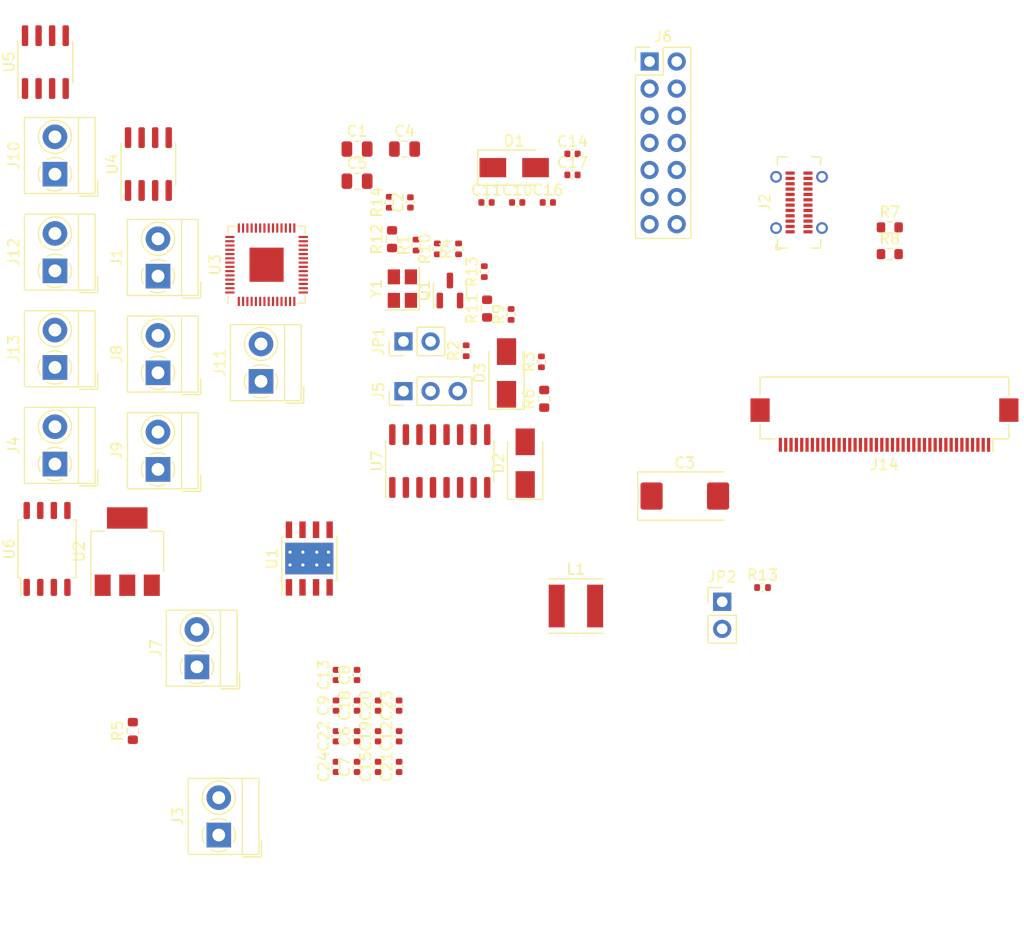
<source format=kicad_pcb>
(kicad_pcb (version 20211014) (generator pcbnew)
  (layers (0 "F.Cu" signal) (31 "B.Cu" signal) (34 "B.Paste" user) (35 "F.Paste" user) (36 "B.SilkS" user "B.Silkscreen") (37 "F.SilkS" user "F.Silkscreen") (38 "B.Mask" user) (39 "F.Mask" user) (44 "Edge.Cuts" user))
  (net 0 "")
  (net 1 "+12V")
  (net 2 "GND")
  (net 3 "Net-(C6-Pad1)")
  (net 4 "Net-(C6-Pad2)")
  (net 5 "Net-(C7-Pad1)")
  (net 6 "Net-(C7-Pad2)")
  (net 7 "Net-(J7-Pad2)")
  (net 8 "Net-(J8-Pad2)")
  (net 9 "Net-(J9-Pad2)")
  (net 10 "Net-(J10-Pad2)")
  (net 11 "Net-(J11-Pad2)")
  (net 12 "Net-(J12-Pad2)")
  (net 13 "Net-(J13-Pad2)")
  (net 14 "Net-(C2-Pad1)")
  (net 17 "Net-(R3-Pad2)")
  (net 18 "Net-(C3-Pad1)")
  (net 19 "Net-(C2-Pad2)")
  (net 20 "+3.3V")
  (net 21 "Net-(C4-Pad1)")
  (net 22 "/GPIO1")
  (net 23 "/GPIO2")
  (net 24 "/GPIO3")
  (net 25 "/GPIO4")
  (net 26 "/GPIO5")
  (net 27 "/GPIO6")
  (net 28 "/GPIO7")
  (net 29 "/GPIO8")
  (net 30 "/GPIO9")
  (net 31 "/GPIO10")
  (net 32 "/GPIO11")
  (net 33 "/LCD_A0")
  (net 34 "Net-(U3-Pad26)")
  (net 35 "Net-(C10-Pad2)")
  (net 36 "Net-(R10-Pad2)")
  (net 37 "+1V1")
  (net 38 "Net-(J5-Pad1)")
  (net 39 "Net-(J5-Pad2)")
  (net 40 "Net-(R8-Pad2)")
  (net 41 "Net-(R7-Pad2)")
  (net 42 "/QSPI_SD3")
  (net 43 "/QSPI_SCLK")
  (net 44 "/QSPI_SD0")
  (net 45 "/QSPI_SD2")
  (net 46 "/QSPI_SD1")
  (net 47 "/QSPI_CS")
  (net 48 "/SPI_SCK")
  (net 49 "/SPI_CS0")
  (net 50 "/SPI_MISO")
  (net 51 "/SPI_CS1")
  (net 52 "Net-(JP1-Pad2)")
  (net 53 "Net-(Q1-Pad1)")
  (net 54 "Net-(J2-PadB5)")
  (net 55 "Net-(J2-PadA5)")
  (net 56 "Net-(C11-Pad2)")
  (net 57 "Net-(J14-Pad33)")
  (net 58 "/RELAY1")
  (net 59 "/RELAY2")
  (net 60 "/RELAY3")
  (net 61 "/RELAY4")
  (net 62 "/RELAY5")
  (net 63 "/RELAY6")
  (net 64 "/RELAY7")
  (net 65 "Net-(D3-Pad2)")
  (net 66 "Net-(Q1-Pad3)")
  (net 68 "/TOUCH_XL")
  (net 69 "/TOUCH_YU")
  (net 70 "/TOUCH_XR")
  (net 71 "/TOUCH_YD")
  (net 73 "/SPI_CS2")
  (net 74 "/SPI_MOSI")
  (net 75 "/LCD_RESET")
  (net 76 "/USB_DP")
  (net 77 "/USB_DM")
  (footprint "Capacitor_SMD:C_0402_1005Metric" (layer "F.Cu") (at 135 127.87 90)
    (fp_text reference "C7" (at 0 -1.16 90) (layer "F.SilkS"))
    (fp_text value "100n")
    (pad "1" smd roundrect (at -0.48 0 90) (size 0.56 0.62) (layers "F.Cu" "F.Paste" "F.Mask") (net 5 "Net-(C7-Pad1)"))
    (pad "2" smd roundrect (at 0.48 0 90) (size 0.56 0.62) (layers "F.Cu" "F.Paste" "F.Mask") (net 6 "Net-(C7-Pad2)"))
  )
  (footprint "TerminalBlock_MetzConnect:TerminalBlock_MetzConnect_Type059_RT06302HBWC_1x02_P3.50mm_Horizontal" (layer "F.Cu") (at 116.3572 90.954 90)
    (fp_text reference "J8" (at 1.75 -3.86 90) (layer "F.SilkS"))
    (fp_text value "RELAY_2")
    (pad "1" thru_hole rect (at 0 0 90) (size 2.3 2.3) (drill 1.2) (layers *.Cu *.Mask) (net 1 "+12V"))
    (pad "2" thru_hole circle (at 3.5 0 90) (size 2.3 2.3) (drill 1.2) (layers *.Cu *.Mask) (net 8 "Net-(J8-Pad2)"))
  )
  (footprint "Capacitor_SMD:C_0805_2012Metric" (layer "F.Cu") (at 139.45 70)
    (fp_text reference "C4" (at 0 -1.68) (layer "F.SilkS"))
    (fp_text value "10u")
    (pad "1" smd roundrect (at -0.95 0) (size 1 1.45) (layers "F.Cu" "F.Paste" "F.Mask") (net 21 "Net-(C4-Pad1)"))
    (pad "2" smd roundrect (at 0.95 0) (size 1 1.45) (layers "F.Cu" "F.Paste" "F.Mask") (net 2 "GND"))
  )
  (footprint "Resistor_SMD:R_0603_1608Metric" (layer "F.Cu") (at 138.28 78.44 90)
    (fp_text reference "R12" (at 0 -1.43 90) (layer "F.SilkS"))
    (fp_text value "0R")
    (pad "1" smd roundrect (at -0.825 0 90) (size 0.8 0.95) (layers "F.Cu" "F.Paste" "F.Mask") (net 20 "+3.3V"))
    (pad "2" smd roundrect (at 0.825 0 90) (size 0.8 0.95) (layers "F.Cu" "F.Paste" "F.Mask") (net 57 "Net-(J14-Pad33)"))
  )
  (footprint "TerminalBlock_MetzConnect:TerminalBlock_MetzConnect_Type059_RT06302HBWC_1x02_P3.50mm_Horizontal" (layer "F.Cu") (at 122.05 134.25 90)
    (fp_text reference "J3" (at 1.75 -3.86 90) (layer "F.SilkS"))
    (fp_text value "TEMP_0")
    (pad "1" thru_hole rect (at 0 0 90) (size 2.3 2.3) (drill 1.2) (layers *.Cu *.Mask) (net 3 "Net-(C6-Pad1)"))
    (pad "2" thru_hole circle (at 3.5 0 90) (size 2.3 2.3) (drill 1.2) (layers *.Cu *.Mask) (net 4 "Net-(C6-Pad2)"))
  )
  (footprint "Inductor_SMD:L_Taiyo-Yuden_NR-50xx" (layer "F.Cu") (at 155.5 112.8)
    (fp_text reference "L1" (at 0 -3.45) (layer "F.SilkS"))
    (fp_text value "33u")
    (pad "1" smd rect (at -1.8 0) (size 1.5 4) (layers "F.Cu" "F.Paste" "F.Mask") (net 19 "Net-(C2-Pad2)"))
    (pad "2" smd rect (at 1.8 0) (size 1.5 4) (layers "F.Cu" "F.Paste" "F.Mask") (net 18 "Net-(C3-Pad1)"))
  )
  (footprint "Capacitor_SMD:C_0402_1005Metric" (layer "F.Cu") (at 138.94 125 90)
    (fp_text reference "C12" (at 0 -1.16 90) (layer "F.SilkS"))
    (fp_text value "100n")
    (pad "1" smd roundrect (at -0.48 0 90) (size 0.56 0.62) (layers "F.Cu" "F.Paste" "F.Mask") (net 37 "+1V1"))
    (pad "2" smd roundrect (at 0.48 0 90) (size 0.56 0.62) (layers "F.Cu" "F.Paste" "F.Mask") (net 2 "GND"))
  )
  (footprint "Connector_PinHeader_2.54mm:PinHeader_1x02_P2.54mm_Vertical" (layer "F.Cu") (at 139.35 88.02 90)
    (fp_text reference "JP1" (at 0 -2.33 90) (layer "F.SilkS"))
    (fp_text value "BOOT")
    (pad "1" thru_hole rect (at 0 0 90) (size 1.7 1.7) (drill 1) (layers *.Cu *.Mask) (net 2 "GND"))
    (pad "2" thru_hole oval (at 0 2.54 90) (size 1.7 1.7) (drill 1) (layers *.Cu *.Mask) (net 52 "Net-(JP1-Pad2)"))
  )
  (footprint "Resistor_SMD:R_0402_1005Metric" (layer "F.Cu") (at 146.92 81.48 90)
    (fp_text reference "R13" (at 0 -1.17 90) (layer "F.SilkS"))
    (fp_text value "100k")
    (pad "1" smd roundrect (at -0.51 0 90) (size 0.54 0.64) (layers "F.Cu" "F.Paste" "F.Mask") (net 65 "Net-(D3-Pad2)"))
    (pad "2" smd roundrect (at 0.51 0 90) (size 0.54 0.64) (layers "F.Cu" "F.Paste" "F.Mask") (net 2 "GND"))
  )
  (footprint "Resistor_SMD:R_0402_1005Metric" (layer "F.Cu") (at 144.51 79.35 90)
    (fp_text reference "R4" (at 0 -1.17 90) (layer "F.SilkS"))
    (fp_text value "3k3")
    (pad "1" smd roundrect (at -0.51 0 90) (size 0.54 0.64) (layers "F.Cu" "F.Paste" "F.Mask") (net 17 "Net-(R3-Pad2)"))
    (pad "2" smd roundrect (at 0.51 0 90) (size 0.54 0.64) (layers "F.Cu" "F.Paste" "F.Mask") (net 2 "GND"))
  )
  (footprint "Capacitor_SMD:C_0402_1005Metric" (layer "F.Cu") (at 136.97 125 90)
    (fp_text reference "C19" (at 0 -1.16 90) (layer "F.SilkS"))
    (fp_text value "100n")
    (pad "1" smd roundrect (at -0.48 0 90) (size 0.56 0.62) (layers "F.Cu" "F.Paste" "F.Mask") (net 20 "+3.3V"))
    (pad "2" smd roundrect (at 0.48 0 90) (size 0.56 0.62) (layers "F.Cu" "F.Paste" "F.Mask") (net 2 "GND"))
  )
  (footprint "Capacitor_SMD:C_0402_1005Metric" (layer "F.Cu") (at 135 125 90)
    (fp_text reference "C6" (at 0 -1.16 90) (layer "F.SilkS"))
    (fp_text value "100n")
    (pad "1" smd roundrect (at -0.48 0 90) (size 0.56 0.62) (layers "F.Cu" "F.Paste" "F.Mask") (net 3 "Net-(C6-Pad1)"))
    (pad "2" smd roundrect (at 0.48 0 90) (size 0.56 0.62) (layers "F.Cu" "F.Paste" "F.Mask") (net 4 "Net-(C6-Pad2)"))
  )
  (footprint "Resistor_SMD:R_0402_1005Metric" (layer "F.Cu") (at 140.53 78.99 90)
    (fp_text reference "R1" (at 0 -1.17 90) (layer "F.SilkS"))
    (fp_text value "5k1")
    (pad "1" smd roundrect (at -0.51 0 90) (size 0.54 0.64) (layers "F.Cu" "F.Paste" "F.Mask") (net 54 "Net-(J2-PadB5)"))
    (pad "2" smd roundrect (at 0.51 0 90) (size 0.54 0.64) (layers "F.Cu" "F.Paste" "F.Mask") (net 2 "GND"))
  )
  (footprint "Package_SO:TI_SO-PowerPAD-8_ThermalVias" (layer "F.Cu") (at 130.5272 108.354 90)
    (fp_text reference "U1" (at 0 -3.5 90) (layer "F.SilkS"))
    (fp_text value "TPS5430DDA")
    (pad "1" smd rect (at -2.7 -1.905 90) (size 1.55 0.6) (layers "F.Cu" "F.Paste" "F.Mask") (net 14 "Net-(C2-Pad1)"))
    (pad "2" smd rect (at -2.7 -0.635 90) (size 1.55 0.6) (layers "F.Cu" "F.Paste" "F.Mask"))
    (pad "3" smd rect (at -2.7 0.635 90) (size 1.55 0.6) (layers "F.Cu" "F.Paste" "F.Mask"))
    (pad "4" smd rect (at -2.7 1.905 90) (size 1.55 0.6) (layers "F.Cu" "F.Paste" "F.Mask") (net 17 "Net-(R3-Pad2)"))
    (pad "5" smd rect (at 2.7 1.905 90) (size 1.55 0.6) (layers "F.Cu" "F.Paste" "F.Mask"))
    (pad "6" smd rect (at 2.7 0.635 90) (size 1.55 0.6) (layers "F.Cu" "F.Paste" "F.Mask") (net 2 "GND"))
    (pad "7" smd rect (at 2.7 -0.635 90) (size 1.55 0.6) (layers "F.Cu" "F.Paste" "F.Mask") (net 1 "+12V"))
    (pad "8" smd rect (at 2.7 -1.905 90) (size 1.55 0.6) (layers "F.Cu" "F.Paste" "F.Mask") (net 19 "Net-(C2-Pad2)"))
    (pad "9" thru_hole circle (at 0.6 -1.8 90) (size 0.6 0.6) (drill 0.3) (layers *.Cu) (net 2 "GND"))
    (pad "9" thru_hole circle (at -0.6 1.8 90) (size 0.6 0.6) (drill 0.3) (layers *.Cu) (net 2 "GND"))
    (pad "9" thru_hole circle (at 0.6 -0.6 90) (size 0.6 0.6) (drill 0.3) (layers *.Cu) (net 2 "GND"))
    (pad "9" thru_hole circle (at 0.6 1.8 90) (size 0.6 0.6) (drill 0.3) (layers *.Cu) (net 2 "GND"))
    (pad "9" thru_hole circle (at 0.6 0.7 90) (size 0.6 0.6) (drill 0.3) (layers *.Cu) (net 2 "GND"))
    (pad "9" smd rect (at 0 0 90) (size 2.6 3.1) (layers "F.Cu" "F.Paste" "F.Mask") (net 2 "GND"))
    (pad "9" smd rect (at 0 0 90) (size 2.95 4.5) (layers "F.Cu") (net 2 "GND"))
    (pad "9" thru_hole circle (at -0.6 -0.6 90) (size 0.6 0.6) (drill 0.3) (layers *.Cu) (net 2 "GND"))
    (pad "9" thru_hole circle (at -0.6 -1.8 90) (size 0.6 0.6) (drill 0.3) (layers *.Cu) (net 2 "GND"))
    (pad "9" smd rect (at 0 0 90) (size 2.95 4.5) (layers "B.Cu") (net 2 "GND"))
    (pad "9" thru_hole circle (at -0.6 0.7 90) (size 0.6 0.6) (drill 0.3) (layers *.Cu) (net 2 "GND"))
  )
  (footprint "Capacitor_SMD:C_0402_1005Metric" (layer "F.Cu") (at 150 75)
    (fp_text reference "C10" (at 0 -1.16) (layer "F.SilkS"))
    (fp_text value "12p")
    (pad "1" smd roundrect (at -0.48 0) (size 0.56 0.62) (layers "F.Cu" "F.Paste" "F.Mask") (net 2 "GND"))
    (pad "2" smd roundrect (at 0.48 0) (size 0.56 0.62) (layers "F.Cu" "F.Paste" "F.Mask") (net 35 "Net-(C10-Pad2)"))
  )
  (footprint "TerminalBlock_MetzConnect:TerminalBlock_MetzConnect_Type059_RT06302HBWC_1x02_P3.50mm_Horizontal" (layer "F.Cu") (at 126.0072 91.754 90)
    (fp_text reference "J11" (at 1.75 -3.86 90) (layer "F.SilkS"))
    (fp_text value "RELAY_5")
    (pad "1" thru_hole rect (at 0 0 90) (size 2.3 2.3) (drill 1.2) (layers *.Cu *.Mask) (net 1 "+12V"))
    (pad "2" thru_hole circle (at 3.5 0 90) (size 2.3 2.3) (drill 1.2) (layers *.Cu *.Mask) (net 11 "Net-(J11-Pad2)"))
  )
  (footprint "TerminalBlock_MetzConnect:TerminalBlock_MetzConnect_Type059_RT06302HBWC_1x02_P3.50mm_Horizontal" (layer "F.Cu") (at 106.7072 99.504 90)
    (fp_text reference "J4" (at 1.75 -3.86 90) (layer "F.SilkS"))
    (fp_text value "TEMP_1")
    (pad "1" thru_hole rect (at 0 0 90) (size 2.3 2.3) (drill 1.2) (layers *.Cu *.Mask) (net 5 "Net-(C7-Pad1)"))
    (pad "2" thru_hole circle (at 3.5 0 90) (size 2.3 2.3) (drill 1.2) (layers *.Cu *.Mask) (net 6 "Net-(C7-Pad2)"))
  )
  (footprint "Connector_PinHeader_2.54mm:PinHeader_2x07_P2.54mm_Vertical" (layer "F.Cu") (at 162.4 61.8)
    (fp_text reference "J6" (at 1.27 -2.33) (layer "F.SilkS"))
    (fp_text value "GPIO")
    (pad "1" thru_hole rect (at 0 0) (size 1.7 1.7) (drill 1) (layers *.Cu *.Mask) (net 22 "/GPIO1"))
    (pad "2" thru_hole oval (at 2.54 0) (size 1.7 1.7) (drill 1) (layers *.Cu *.Mask) (net 23 "/GPIO2"))
    (pad "3" thru_hole oval (at 0 2.54) (size 1.7 1.7) (drill 1) (layers *.Cu *.Mask) (net 24 "/GPIO3"))
    (pad "4" thru_hole oval (at 2.54 2.54) (size 1.7 1.7) (drill 1) (layers *.Cu *.Mask) (net 25 "/GPIO4"))
    (pad "5" thru_hole oval (at 0 5.08) (size 1.7 1.7) (drill 1) (layers *.Cu *.Mask) (net 26 "/GPIO5"))
    (pad "6" thru_hole oval (at 2.54 5.08) (size 1.7 1.7) (drill 1) (layers *.Cu *.Mask) (net 27 "/GPIO6"))
    (pad "7" thru_hole oval (at 0 7.62) (size 1.7 1.7) (drill 1) (layers *.Cu *.Mask) (net 28 "/GPIO7"))
    (pad "8" thru_hole oval (at 2.54 7.62) (size 1.7 1.7) (drill 1) (layers *.Cu *.Mask) (net 29 "/GPIO8"))
    (pad "9" thru_hole oval (at 0 10.16) (size 1.7 1.7) (drill 1) (layers *.Cu *.Mask) (net 30 "/GPIO9"))
    (pad "10" thru_hole oval (at 2.54 10.16) (size 1.7 1.7) (drill 1) (layers *.Cu *.Mask) (net 31 "/GPIO10"))
    (pad "11" thru_hole oval (at 0 12.7) (size 1.7 1.7) (drill 1) (layers *.Cu *.Mask) (net 32 "/GPIO11"))
    (pad "12" thru_hole oval (at 2.54 12.7) (size 1.7 1.7) (drill 1) (layers *.Cu *.Mask) (net 2 "GND"))
    (pad "13" thru_hole oval (at 0 15.24) (size 1.7 1.7) (drill 1) (layers *.Cu *.Mask) (net 20 "+3.3V"))
    (pad "14" thru_hole oval (at 2.54 15.24) (size 1.7 1.7) (drill 1) (layers *.Cu *.Mask) (net 2 "GND"))
  )
  (footprint "Package_SO:SOIC-8_3.9x4.9mm_P1.27mm" (layer "F.Cu") (at 115.4572 71.404 90)
    (fp_text reference "U4" (at 0 -3.4 90) (layer "F.SilkS"))
    (fp_text value "MAX31855KASA")
    (pad "1" smd roundrect (at -2.475 -1.905 90) (size 1.95 0.6) (layers "F.Cu" "F.Paste" "F.Mask") (net 2 "GND"))
    (pad "2" smd roundrect (at -2.475 -0.635 90) (size 1.95 0.6) (layers "F.Cu" "F.Paste" "F.Mask") (net 4 "Net-(C6-Pad2)"))
    (pad "3" smd roundrect (at -2.475 0.635 90) (size 1.95 0.6) (layers "F.Cu" "F.Paste" "F.Mask") (net 3 "Net-(C6-Pad1)"))
    (pad "4" smd roundrect (at -2.475 1.905 90) (size 1.95 0.6) (layers "F.Cu" "F.Paste" "F.Mask") (net 20 "+3.3V"))
    (pad "5" smd roundrect (at 2.475 1.905 90) (size 1.95 0.6) (layers "F.Cu" "F.Paste" "F.Mask") (net 48 "/SPI_SCK"))
    (pad "6" smd roundrect (at 2.475 0.635 90) (size 1.95 0.6) (layers "F.Cu" "F.Paste" "F.Mask") (net 49 "/SPI_CS0"))
    (pad "7" smd roundrect (at 2.475 -0.635 90) (size 1.95 0.6) (layers "F.Cu" "F.Paste" "F.Mask") (net 50 "/SPI_MISO"))
    (pad "8" smd roundrect (at 2.475 -1.905 90) (size 1.95 0.6) (layers "F.Cu" "F.Paste" "F.Mask"))
  )
  (footprint "Resistor_SMD:R_0402_1005Metric" (layer "F.Cu") (at 149.43 85.49 90)
    (fp_text reference "R9" (at 0 -1.17 90) (layer "F.SilkS"))
    (fp_text value "1k")
    (pad "1" smd roundrect (at -0.51 0 90) (size 0.54 0.64) (layers "F.Cu" "F.Paste" "F.Mask") (net 52 "Net-(JP1-Pad2)"))
    (pad "2" smd roundrect (at 0.51 0 90) (size 0.54 0.64) (layers "F.Cu" "F.Paste" "F.Mask") (net 47 "/QSPI_CS"))
  )
  (footprint "Package_TO_SOT_SMD:SOT-23" (layer "F.Cu") (at 143.7 83.25 90)
    (fp_text reference "Q1" (at 0 -2.4 90) (layer "F.SilkS"))
    (fp_text value "AO3400A")
    (pad "1" smd roundrect (at -0.9375 -0.95 90) (size 1.475 0.6) (layers "F.Cu" "F.Paste" "F.Mask") (net 53 "Net-(Q1-Pad1)"))
    (pad "2" smd roundrect (at -0.9375 0.95 90) (size 1.475 0.6) (layers "F.Cu" "F.Paste" "F.Mask") (net 2 "GND"))
    (pad "3" smd roundrect (at 0.9375 0 90) (size 1.475 0.6) (layers "F.Cu" "F.Paste" "F.Mask") (net 66 "Net-(Q1-Pad3)"))
  )
  (footprint "Capacitor_SMD:C_0805_2012Metric" (layer "F.Cu") (at 135 73.01)
    (fp_text reference "C5" (at 0 -1.68) (layer "F.SilkS"))
    (fp_text value "10u")
    (pad "1" smd roundrect (at -0.95 0) (size 1 1.45) (layers "F.Cu" "F.Paste" "F.Mask") (net 20 "+3.3V"))
    (pad "2" smd roundrect (at 0.95 0) (size 1 1.45) (layers "F.Cu" "F.Paste" "F.Mask") (net 2 "GND"))
  )
  (footprint "Resistor_SMD:R_0603_1608Metric" (layer "F.Cu") (at 152.53 93.39 90)
    (fp_text reference "R6" (at 0 -1.43 90) (layer "F.SilkS"))
    (fp_text value "DNP")
    (pad "1" smd roundrect (at -0.825 0 90) (size 0.8 0.95) (layers "F.Cu" "F.Paste" "F.Mask") (net 6 "Net-(C7-Pad2)"))
    (pad "2" smd roundrect (at 0.825 0 90) (size 0.8 0.95) (layers "F.Cu" "F.Paste" "F.Mask") (net 2 "GND"))
  )
  (footprint "Resistor_SMD:R_0402_1005Metric" (layer "F.Cu") (at 152.27 89.93 90)
    (fp_text reference "R3" (at 0 -1.17 90) (layer "F.SilkS"))
    (fp_text value "10k")
    (pad "1" smd roundrect (at -0.51 0 90) (size 0.54 0.64) (layers "F.Cu" "F.Paste" "F.Mask") (net 18 "Net-(C3-Pad1)"))
    (pad "2" smd roundrect (at 0.51 0 90) (size 0.54 0.64) (layers "F.Cu" "F.Paste" "F.Mask") (net 17 "Net-(R3-Pad2)"))
  )
  (footprint "TerminalBlock_MetzConnect:TerminalBlock_MetzConnect_Type059_RT06302HBWC_1x02_P3.50mm_Horizontal" (layer "F.Cu") (at 106.7072 72.354 90)
    (fp_text reference "J10" (at 1.75 -3.86 90) (layer "F.SilkS"))
    (fp_text value "RELAY_4")
    (pad "1" thru_hole rect (at 0 0 90) (size 2.3 2.3) (drill 1.2) (layers *.Cu *.Mask) (net 1 "+12V"))
    (pad "2" thru_hole circle (at 3.5 0 90) (size 2.3 2.3) (drill 1.2) (layers *.Cu *.Mask) (net 10 "Net-(J10-Pad2)"))
  )
  (footprint "Crystal:Crystal_SMD_SeikoEpson_TSX3225-4Pin_3.2x2.5mm" (layer "F.Cu") (at 139.25 83.07 90)
    (fp_text reference "Y1" (at 0 -2.45 90) (layer "F.SilkS"))
    (fp_text value "X322512MSB4SI")
    (pad "1" smd rect (at -1.1 0.8 90) (size 1.4 1.15) (layers "F.Cu" "F.Paste" "F.Mask") (net 56 "Net-(C11-Pad2)"))
    (pad "2" smd rect (at 1.1 0.8 90) (size 1.4 1.15) (layers "F.Cu" "F.Paste" "F.Mask") (net 2 "GND"))
    (pad "3" smd rect (at 1.1 -0.8 90) (size 1.4 1.15) (layers "F.Cu" "F.Paste" "F.Mask") (net 35 "Net-(C10-Pad2)"))
    (pad "4" smd rect (at -1.1 -0.8 90) (size 1.4 1.15) (layers "F.Cu" "F.Paste" "F.Mask") (net 2 "GND"))
  )
  (footprint "Capacitor_SMD:C_0402_1005Metric" (layer "F.Cu") (at 133.03 122.13 90)
    (fp_text reference "C9" (at 0 -1.16 90) (layer "F.SilkS"))
    (fp_text value "100n")
    (pad "1" smd roundrect (at -0.48 0 90) (size 0.56 0.62) (layers "F.Cu" "F.Paste" "F.Mask") (net 20 "+3.3V"))
    (pad "2" smd roundrect (at 0.48 0 90) (size 0.56 0.62) (layers "F.Cu" "F.Paste" "F.Mask") (net 2 "GND"))
  )
  (footprint "Capacitor_SMD:C_0402_1005Metric" (layer "F.Cu") (at 135 122.13 90)
    (fp_text reference "C18" (at 0 -1.16 90) (layer "F.SilkS"))
    (fp_text value "100n")
    (pad "1" smd roundrect (at -0.48 0 90) (size 0.56 0.62) (layers "F.Cu" "F.Paste" "F.Mask") (net 20 "+3.3V"))
    (pad "2" smd roundrect (at 0.48 0 90) (size 0.56 0.62) (layers "F.Cu" "F.Paste" "F.Mask") (net 2 "GND"))
  )
  (footprint "Capacitor_SMD:C_0402_1005Metric" (layer "F.Cu") (at 136.97 127.87 90)
    (fp_text reference "C15" (at 0 -1.16 90) (layer "F.SilkS"))
    (fp_text value "100n")
    (pad "1" smd roundrect (at -0.48 0 90) (size 0.56 0.62) (layers "F.Cu" "F.Paste" "F.Mask") (net 20 "+3.3V"))
    (pad "2" smd roundrect (at 0.48 0 90) (size 0.56 0.62) (layers "F.Cu" "F.Paste" "F.Mask") (net 2 "GND"))
  )
  (footprint "Capacitor_SMD:C_0402_1005Metric" (layer "F.Cu") (at 138.94 127.87 90)
    (fp_text reference "C21" (at 0 -1.16 90) (layer "F.SilkS"))
    (fp_text value "100n")
    (pad "1" smd roundrect (at -0.48 0 90) (size 0.56 0.62) (layers "F.Cu" "F.Paste" "F.Mask") (net 20 "+3.3V"))
    (pad "2" smd roundrect (at 0.48 0 90) (size 0.56 0.62) (layers "F.Cu" "F.Paste" "F.Mask") (net 2 "GND"))
  )
  (footprint "Package_SO:SOIC-16_3.9x9.9mm_P1.27mm" (layer "F.Cu") (at 142.75 99.22 90)
    (fp_text reference "U7" (at 0 -5.9 90) (layer "F.SilkS"))
    (fp_text value "ULN2003A")
    (pad "1" smd roundrect (at -2.475 -4.445 90) (size 1.95 0.6) (layers "F.Cu" "F.Paste" "F.Mask") (net 58 "/RELAY1"))
    (pad "2" smd roundrect (at -2.475 -3.175 90) (size 1.95 0.6) (layers "F.Cu" "F.Paste" "F.Mask") (net 59 "/RELAY2"))
    (pad "3" smd roundrect (at -2.475 -1.905 90) (size 1.95 0.6) (layers "F.Cu" "F.Paste" "F.Mask") (net 60 "/RELAY3"))
    (pad "4" smd roundrect (at -2.475 -0.635 90) (size 1.95 0.6) (layers "F.Cu" "F.Paste" "F.Mask") (net 61 "/RELAY4"))
    (pad "5" smd roundrect (at -2.475 0.635 90) (size 1.95 0.6) (layers "F.Cu" "F.Paste" "F.Mask") (net 62 "/RELAY5"))
    (pad "6" smd roundrect (at -2.475 1.905 90) (size 1.95 0.6) (layers "F.Cu" "F.Paste" "F.Mask") (net 63 "/RELAY6"))
    (pad "7" smd roundrect (at -2.475 3.175 90) (size 1.95 0.6) (layers "F.Cu" "F.Paste" "F.Mask") (net 64 "/RELAY7"))
    (pad "8" smd roundrect (at -2.475 4.445 90) (size 1.95 0.6) (layers "F.Cu" "F.Paste" "F.Mask") (net 2 "GND"))
    (pad "9" smd roundrect (at 2.475 4.445 90) (size 1.95 0.6) (layers "F.Cu" "F.Paste" "F.Mask") (net 1 "+12V"))
    (pad "10" smd roundrect (at 2.475 3.175 90) (size 1.95 0.6) (layers "F.Cu" "F.Paste" "F.Mask") (net 13 "Net-(J13-Pad2)"))
    (pad "11" smd roundrect (at 2.475 1.905 90) (size 1.95 0.6) (layers "F.Cu" "F.Paste" "F.Mask") (net 12 "Net-(J12-Pad2)"))
    (pad "12" smd roundrect (at 2.475 0.635 90) (size 1.95 0.6) (layers "F.Cu" "F.Paste" "F.Mask") (net 11 "Net-(J11-Pad2)"))
    (pad "13" smd roundrect (at 2.475 -0.635 90) (size 1.95 0.6) (layers "F.Cu" "F.Paste" "F.Mask") (net 10 "Net-(J10-Pad2)"))
    (pad "14" smd roundrect (at 2.475 -1.905 90) (size 1.95 0.6) (layers "F.Cu" "F.Paste" "F.Mask") (net 9 "Net-(J9-Pad2)"))
    (pad "15" smd roundrect (at 2.475 -3.175 90) (size 1.95 0.6) (layers "F.Cu" "F.Paste" "F.Mask") (net 8 "Net-(J8-Pad2)"))
    (pad "16" smd roundrect (at 2.475 -4.445 90) (size 1.95 0.6) (layers "F.Cu" "F.Paste" "F.Mask") (net 7 "Net-(J7-Pad2)"))
  )
  (footprint "Connector_FFC-FPC:Hirose_FH12-40S-0.5SH_1x40-1MP_P0.50mm_Horizontal" (layer "F.Cu") (at 184.4 95.85 180)
    (fp_text reference "J14" (at 0 -3.7) (layer "F.SilkS"))
    (fp_text value "DISPLAY")
    (pad "1" smd rect (at -9.75 -1.85 180) (size 0.3 1.3) (layers "F.Cu" "F.Paste" "F.Mask") (net 68 "/TOUCH_XL"))
    (pad "2" smd rect (at -9.25 -1.85 180) (size 0.3 1.3) (layers "F.Cu" "F.Paste" "F.Mask") (net 69 "/TOUCH_YU"))
    (pad "3" smd rect (at -8.75 -1.85 180) (size 0.3 1.3) (layers "F.Cu" "F.Paste" "F.Mask") (net 70 "/TOUCH_XR"))
    (pad "4" smd rect (at -8.25 -1.85 180) (size 0.3 1.3) (layers "F.Cu" "F.Paste" "F.Mask") (net 71 "/TOUCH_YD"))
    (pad "5" smd rect (at -7.75 -1.85 180) (size 0.3 1.3) (layers "F.Cu" "F.Paste" "F.Mask") (net 2 "GND"))
    (pad "6" smd rect (at -7.25 -1.85 180) (size 0.3 1.3) (layers "F.Cu" "F.Paste" "F.Mask") (net 20 "+3.3V"))
    (pad "7" smd rect (at -6.75 -1.85 180) (size 0.3 1.3) (layers "F.Cu" "F.Paste" "F.Mask") (net 20 "+3.3V"))
    (pad "8" smd rect (at -6.25 -1.85 180) (size 0.3 1.3) (layers "F.Cu" "F.Paste" "F.Mask"))
    (pad "9" smd rect (at -5.75 -1.85 180) (size 0.3 1.3) (layers "F.Cu" "F.Paste" "F.Mask") (net 73 "/SPI_CS2"))
    (pad "10" smd rect (at -5.25 -1.85 180) (size 0.3 1.3) (layers "F.Cu" "F.Paste" "F.Mask") (net 48 "/SPI_SCK"))
    (pad "11" smd rect (at -4.75 -1.85 180) (size 0.3 1.3) (layers "F.Cu" "F.Paste" "F.Mask") (net 33 "/LCD_A0"))
    (pad "12" smd rect (at -4.25 -1.85 180) (size 0.3 1.3) (layers "F.Cu" "F.Paste" "F.Mask") (net 20 "+3.3V"))
    (pad "13" smd rect (at -3.75 -1.85 180) (size 0.3 1.3) (layers "F.Cu" "F.Paste" "F.Mask") (net 74 "/SPI_MOSI"))
    (pad "14" smd rect (at -3.25 -1.85 180) (size 0.3 1.3) (layers "F.Cu" "F.Paste" "F.Mask") (net 50 "/SPI_MISO"))
    (pad "15" smd rect (at -2.75 -1.85 180) (size 0.3 1.3) (layers "F.Cu" "F.Paste" "F.Mask") (net 75 "/LCD_RESET"))
    (pad "16" smd rect (at -2.25 -1.85 180) (size 0.3 1.3) (layers "F.Cu" "F.Paste" "F.Mask") (net 2 "GND"))
    (pad "17" smd rect (at -1.75 -1.85 180) (size 0.3 1.3) (layers "F.Cu" "F.Paste" "F.Mask") (net 2 "GND"))
    (pad "18" smd rect (at -1.25 -1.85 180) (size 0.3 1.3) (layers "F.Cu" "F.Paste" "F.Mask") (net 2 "GND"))
    (pad "19" smd rect (at -0.75 -1.85 180) (size 0.3 1.3) (layers "F.Cu" "F.Paste" "F.Mask") (net 2 "GND"))
    (pad "20" smd rect (at -0.25 -1.85 180) (size 0.3 1.3) (layers "F.Cu" "F.Paste" "F.Mask") (net 2 "GND"))
    (pad "21" smd rect (at 0.25 -1.85 180) (size 0.3 1.3) (layers "F.Cu" "F.Paste" "F.Mask") (net 2 "GND"))
    (pad "22" smd rect (at 0.75 -1.85 180) (size 0.3 1.3) (layers "F.Cu" "F.Paste" "F.Mask") (net 2 "GND"))
    (pad "23" smd rect (at 1.25 -1.85 180) (size 0.3 1.3) (layers "F.Cu" "F.Paste" "F.Mask") (net 2 "GND"))
    (pad "24" smd rect (at 1.75 -1.85 180) (size 0.3 1.3) (layers "F.Cu" "F.Paste" "F.Mask") (net 2 "GND"))
    (pad "25" smd rect (at 2.25 -1.85 180) (size 0.3 1.3) (layers "F.Cu" "F.Paste" "F.Mask") (net 2 "GND"))
    (pad "26" smd rect (at 2.75 -1.85 180) (size 0.3 1.3) (layers "F.Cu" "F.Paste" "F.Mask") (net 2 "GND"))
    (pad "27" smd rect (at 3.25 -1.85 180) (size 0.3 1.3) (layers "F.Cu" "F.Paste" "F.Mask") (net 2 "GND"))
    (pad "28" smd rect (at 3.75 -1.85 180) (size 0.3 1.3) (layers "F.Cu" "F.Paste" "F.Mask") (net 2 "GND"))
    (pad "29" smd rect (at 4.25 -1.85 180) (size 0.3 1.3) (layers "F.Cu" "F.Paste" "F.Mask") (net 2 "GND"))
    (pad "30" smd rect (at 4.75 -1.85 180) (size 0.3 1.3) (layers "F.Cu" "F.Paste" "F.Mask") (net 2 "GND"))
    (pad "31" smd rect (at 5.25 -1.85 180) (size 0.3 1.3) (layers "F.Cu" "F.Paste" "F.Mask") (net 2 "GND"))
    (pad "32" smd rect (at 5.75 -1.85 180) (size 0.3 1.3) (layers "F.Cu" "F.Paste" "F.Mask") (net 2 "GND"))
    (pad "33" smd rect (at 6.25 -1.85 180) (size 0.3 1.3) (layers "F.Cu" "F.Paste" "F.Mask") (net 57 "Net-(J14-Pad33)"))
    (pad "34" smd rect (at 6.75 -1.85 180) (size 0.3 1.3) (layers "F.Cu" "F.Paste" "F.Mask") (net 2 "GND"))
    (pad "35" smd rect (at 7.25 -1.85 180) (size 0.3 1.3) (layers "F.Cu" "F.Paste" "F.Mask") (net 2 "GND"))
    (pad "36" smd rect (at 7.75 -1.85 180) (size 0.3 1.3) (layers "F.Cu" "F.Paste" "F.Mask") (net 2 "GND"))
    (pad "37" smd rect (at 8.25 -1.85 180) (size 0.3 1.3) (layers "F.Cu" "F.Paste" "F.Mask") (net 2 "GND"))
    (pad "38" smd rect (at 8.75 -1.85 180) (size 0.3 1.3) (layers "F.Cu" "F.Paste" "F.Mask") (net 20 "+3.3V"))
    (pad "39" smd rect (at 9.25 -1.85 180) (size 0.3 1.3) (layers "F.Cu" "F.Paste" "F.Mask") (net 20 "+3.3V"))
    (pad "40" smd rect (at 9.75 -1.85 180) (size 0.3 1.3) (layers "F.Cu" "F.Paste" "F.Mask") (net 20 "+3.3V"))
    (pad "MP" smd rect (at -11.65 1.4 180) (size 1.8 2.2) (layers "F.Cu" "F.Paste" "F.Mask"))
    (pad "MP" smd rect (at 11.65 1.4 180) (size 1.8 2.2) (layers "F.Cu" "F.Paste" "F.Mask"))
  )
  (footprint "Resistor_SMD:R_0402_1005Metric" (layer "F.Cu") (at 138.02 74.98 90)
    (fp_text reference "R14" (at 0 -1.17 90) (layer "F.SilkS"))
    (fp_text value "10k")
    (pad "1" smd roundrect (at -0.51 0 90) (size 0.54 0.64) (layers "F.Cu" "F.Paste" "F.Mask") (net 65 "Net-(D3-Pad2)"))
    (pad "2" smd roundrect (at 0.51 0 90) (size 0.54 0.64) (layers "F.Cu" "F.Paste" "F.Mask") (net 53 "Net-(Q1-Pad1)"))
  )
  (footprint "Capacitor_SMD:C_0805_2012Metric" (layer "F.Cu") (at 135 70)
    (fp_text reference "C1" (at 0 -1.68) (layer "F.SilkS"))
    (fp_text value "10u")
    (pad "1" smd roundrect (at -0.95 0) (size 1 1.45) (layers "F.Cu" "F.Paste" "F.Mask") (net 1 "+12V"))
    (pad "2" smd roundrect (at 0.95 0) (size 1 1.45) (layers "F.Cu" "F.Paste" "F.Mask") (net 2 "GND"))
  )
  (footprint "Resistor_SMD:R_0402_1005Metric" (layer "F.Cu") (at 145.22 88.89 90)
    (fp_text reference "R2" (at 0 -1.17 90) (layer "F.SilkS"))
    (fp_text value "5k1")
    (pad "1" smd roundrect (at -0.51 0 90) (size 0.54 0.64) (layers "F.Cu" "F.Paste" "F.Mask") (net 55 "Net-(J2-PadA5)"))
    (pad "2" smd roundrect (at 0.51 0 90) (size 0.54 0.64) (layers "F.Cu" "F.Paste" "F.Mask") (net 2 "GND"))
  )
  (footprint "Diode_SMD:D_SMA" (layer "F.Cu") (at 150.75 99.42 90)
    (fp_text reference "D2" (at 0 -2.5 90) (layer "F.SilkS"))
    (fp_text value "M7")
    (pad "1" smd rect (at -2 0 90) (size 2.5 1.8) (layers "F.Cu" "F.Paste" "F.Mask") (net 21 "Net-(C4-Pad1)"))
    (pad "2" smd rect (at 2 0 90) (size 2.5 1.8) (layers "F.Cu" "F.Paste" "F.Mask") (net 18 "Net-(C3-Pad1)"))
  )
  (footprint "Capacitor_SMD:C_0402_1005Metric" (layer "F.Cu") (at 133.03 127.87 90)
    (fp_text reference "C24" (at 0 -1.16 90) (layer "F.SilkS"))
    (fp_text value "100n")
    (pad "1" smd roundrect (at -0.48 0 90) (size 0.56 0.62) (layers "F.Cu" "F.Paste" "F.Mask") (net 20 "+3.3V"))
    (pad "2" smd roundrect (at 0.48 0 90) (size 0.56 0.62) (layers "F.Cu" "F.Paste" "F.Mask") (net 2 "GND"))
  )
  (footprint "Resistor_SMD:R_0603_1608Metric" (layer "F.Cu") (at 114 124.5 90)
    (fp_text reference "R5" (at 0 -1.43 90) (layer "F.SilkS"))
    (fp_text value "DNP")
    (pad "1" smd roundrect (at -0.825 0 90) (size 0.8 0.95) (layers "F.Cu" "F.Paste" "F.Mask") (net 4 "Net-(C6-Pad2)"))
    (pad "2" smd roundrect (at 0.825 0 90) (size 0.8 0.95) (layers "F.Cu" "F.Paste" "F.Mask") (net 2 "GND"))
  )
  (footprint "Capacitor_SMD:C_0402_1005Metric" (layer "F.Cu") (at 133.03 125 90)
    (fp_text reference "C22" (at 0 -1.16 90) (layer "F.SilkS"))
    (fp_text value "100n")
    (pad "1" smd roundrect (at -0.48 0 90) (size 0.56 0.62) (layers "F.Cu" "F.Paste" "F.Mask") (net 20 "+3.3V"))
    (pad "2" smd roundrect (at 0.48 0 90) (size 0.56 0.62) (layers "F.Cu" "F.Paste" "F.Mask") (net 2 "GND"))
  )
  (footprint "Capacitor_SMD:C_0402_1005Metric" (layer "F.Cu") (at 135 119.26 90)
    (fp_text reference "C8" (at 0 -1.16 90) (layer "F.SilkS"))
    (fp_text value "100n")
    (pad "1" smd roundrect (at -0.48 0 90) (size 0.56 0.62) (layers "F.Cu" "F.Paste" "F.Mask") (net 20 "+3.3V"))
    (pad "2" smd roundrect (at 0.48 0 90) (size 0.56 0.62) (layers "F.Cu" "F.Paste" "F.Mask") (net 2 "GND"))
  )
  (footprint "TerminalBlock_MetzConnect:TerminalBlock_MetzConnect_Type059_RT06302HBWC_1x02_P3.50mm_Horizontal" (layer "F.Cu") (at 106.7072 90.454 90)
    (fp_text reference "J13" (at 1.75 -3.86 90) (layer "F.SilkS"))
    (fp_text value "RELAY_7")
    (pad "1" thru_hole rect (at 0 0 90) (size 2.3 2.3) (drill 1.2) (layers *.Cu *.Mask) (net 1 "+12V"))
    (pad "2" thru_hole circle (at 3.5 0 90) (size 2.3 2.3) (drill 1.2) (layers *.Cu *.Mask) (net 13 "Net-(J13-Pad2)"))
  )
  (footprint "Capacitor_SMD:C_0402_1005Metric" (layer "F.Cu") (at 136.97 122.13 90)
    (fp_text reference "C20" (at 0 -1.16 90) (layer "F.SilkS"))
    (fp_text value "100n")
    (pad "1" smd roundrect (at -0.48 0 90) (size 0.56 0.62) (layers "F.Cu" "F.Paste" "F.Mask") (net 20 "+3.3V"))
    (pad "2" smd roundrect (at 0.48 0 90) (size 0.56 0.62) (layers "F.Cu" "F.Paste" "F.Mask") (net 2 "GND"))
  )
  (footprint "TerminalBlock_MetzConnect:TerminalBlock_MetzConnect_Type059_RT06302HBWC_1x02_P3.50mm_Horizontal" (layer "F.Cu") (at 106.7072 81.404 90)
    (fp_text reference "J12" (at 1.75 -3.86 90) (layer "F.SilkS"))
    (fp_text value "RELAY_6")
    (pad "1" thru_hole rect (at 0 0 90) (size 2.3 2.3) (drill 1.2) (layers *.Cu *.Mask) (net 1 "+12V"))
    (pad "2" thru_hole circle (at 3.5 0 90) (size 2.3 2.3) (drill 1.2) (layers *.Cu *.Mask) (net 12 "Net-(J12-Pad2)"))
  )
  (footprint "Package_SO:SOIC-8_3.9x4.9mm_P1.27mm" (layer "F.Cu") (at 105.8072 61.854 90)
    (fp_text reference "U5" (at 0 -3.4 90) (layer "F.SilkS"))
    (fp_text value "MAX31855KASA")
    (pad "1" smd roundrect (at -2.475 -1.905 90) (size 1.95 0.6) (layers "F.Cu" "F.Paste" "F.Mask") (net 2 "GND"))
    (pad "2" smd roundrect (at -2.475 -0.635 90) (size 1.95 0.6) (layers "F.Cu" "F.Paste" "F.Mask") (net 6 "Net-(C7-Pad2)"))
    (pad "3" smd roundrect (at -2.475 0.635 90) (size 1.95 0.6) (layers "F.Cu" "F.Paste" "F.Mask") (net 5 "Net-(C7-Pad1)"))
    (pad "4" smd roundrect (at -2.475 1.905 90) (size 1.95 0.6) (layers "F.Cu" "F.Paste" "F.Mask") (net 20 "+3.3V"))
    (pad "5" smd roundrect (at 2.475 1.905 90) (size 1.95 0.6) (layers "F.Cu" "F.Paste" "F.Mask") (net 48 "/SPI_SCK"))
    (pad "6" smd roundrect (at 2.475 0.635 90) (size 1.95 0.6) (layers "F.Cu" "F.Paste" "F.Mask") (net 51 "/SPI_CS1"))
    (pad "7" smd roundrect (at 2.475 -0.635 90) (size 1.95 0.6) (layers "F.Cu" "F.Paste" "F.Mask") (net 50 "/SPI_MISO"))
    (pad "8" smd roundrect (at 2.475 -1.905 90) (size 1.95 0.6) (layers "F.Cu" "F.Paste" "F.Mask"))
  )
  (footprint "Capacitor_SMD:C_0402_1005Metric" (layer "F.Cu") (at 155.18 70.45)
    (fp_text reference "C14" (at 0 -1.16) (layer "F.SilkS"))
    (fp_text value "2u2")
    (pad "1" smd roundrect (at -0.48 0) (size 0.56 0.62) (layers "F.Cu" "F.Paste" "F.Mask") (net 37 "+1V1"))
    (pad "2" smd roundrect (at 0.48 0) (size 0.56 0.62) (layers "F.Cu" "F.Paste" "F.Mask") (net 2 "GND"))
  )
  (footprint "TerminalBlock_MetzConnect:TerminalBlock_MetzConnect_Type059_RT06302HBWC_1x02_P3.50mm_Horizontal" (layer "F.Cu") (at 120 118.5 90)
    (fp_text reference "J7" (at 1.75 -3.86 90) (layer "F.SilkS"))
    (fp_text value "RELAY_1")
    (pad "1" thru_hole rect (at 0 0 90) (size 2.3 2.3) (drill 1.2) (layers *.Cu *.Mask) (net 1 "+12V"))
    (pad "2" thru_hole circle (at 3.5 0 90) (size 2.3 2.3) (drill 1.2) (layers *.Cu *.Mask) (net 7 "Net-(J7-Pad2)"))
  )
  (footprint "Connector_USB:USB_C_Receptacle_GCT_USB4115-03-C" (layer "F.Cu") (at 176.4 75 90)
    (fp_text reference "J2" (at 0 -3.2 90) (layer "F.SilkS"))
    (fp_text value "USB")
    (pad "" np_thru_hole oval (at 3.75 0 90) (size 1 0.58) (drill oval 1 0.58) (layers F&B.Cu *.Mask))
    (pad "" np_thru_hole circle (at -3.75 0 90) (size 0.66 0.66) (drill 0.66) (layers F&B.Cu *.Mask))
    (pad "A1" smd rect (at -2.75 -0.835 90) (size 0.3 0.85) (layers "F.Cu" "F.Paste" "F.Mask") (net 2 "GND"))
    (pad "A2" smd rect (at -2.25 -0.835 90) (size 0.3 0.85) (layers "F.Cu" "F.Paste" "F.Mask"))
    (pad "A3" smd rect (at -1.75 -0.835 90) (size 0.3 0.85) (layers "F.Cu" "F.Paste" "F.Mask"))
    (pad "A4" smd rect (at -1.25 -0.835 90) (size 0.3 0.85) (layers "F.Cu" "F.Paste" "F.Mask") (net 65 "Net-(D3-Pad2)"))
    (pad "A5" smd rect (at -0.75 -0.835 90) (size 0.3 0.85) (layers "F.Cu" "F.Paste" "F.Mask") (net 55 "Net-(J2-PadA5)"))
    (pad "A6" smd rect (at -0.25 -0.835 90) (size 0.3 0.85) (layers "F.Cu" "F.Paste" "F.Mask") (net 76 "/USB_DP"))
    (pad "A7" smd rect (at 0.25 -0.835 90) (size 0.3 0.85) (layers "F.Cu" "F.Paste" "F.Mask") (net 77 "/USB_DM"))
    (pad "A8" smd rect (at 0.75 -0.835 90) (size 0.3 0.85) (layers "F.Cu" "F.Paste" "F.Mask"))
    (pad "A9" smd rect (at 1.25 -0.835 90) (size 0.3 0.85) (layers "F.Cu" "F.Paste" "F.Mask") (net 65 "Net-(D3-Pad2)"))
    (pad "A10" smd rect (at 1.75 -0.835 90) (size 0.3 0.85) (layers "F.Cu" "F.Paste" "F.Mask"))
    (pad "A11" smd rect (at 2.25 -0.835 90) (size 0.3 0.85) (layers "F.Cu" "F.Paste" "F.Mask"))
    (pad "A12" smd rect (at 2.75 -0.835 90) (size 0.3 0.85) (layers "F.Cu" "F.Paste" "F.Mask") (net 2 "GND"))
    (pad "B1" smd rect (at 2.75 0.835 90) (size 0.3 0.85) (layers "F.Cu" "F.Paste" "F.Mask") (net 2 "GND"))
    (pad "B2" smd rect (at 2.25 0.835 90) (size 0.3 0.85) (layers "F.Cu" "F.Paste" "F.Mask"))
    (pad "B3" smd rect (at 1.75 0.835 90) (size 0.3 0.85) (layers "F.Cu" "F.Paste" "F.Mask"))
    (pad "B4" smd rect (at 1.25 0.835 90) (size 0.3 0.85) (layers "F.Cu" "F.Paste" "F.Mask") (net 65 "Net-(D3-Pad2)"))
    (pad "B5" smd rect (at 0.75 0.835 90) (size 0.3 0.85) (layers "F.Cu" "F.Paste" "F.Mask") (net 54 "Net-(J2-PadB5)"))
    (pad "B6" smd rect (at 0.25 0.835 90) (size 0.3 0.85) (layers "F.Cu" "F.Paste" "F.Mask") (net 76 "/USB_DP"))
    (pad "B7" smd rect (at -0.25 0.835 90) (size 0.3 0.85) (layers "F.Cu" "F.Paste" "F.Mask") (net 77 "/USB_DM"))
    (pad "B8" smd rect (at -0.75 0.835 90) (size 0.3 0.85) (layers "F.Cu" "F.Paste" "F.Mask"))
    (pad "B9" smd rect (at -1.25 0.835 90) (size 0.3 0.85) (layers "F.Cu" "F.Paste" "F.Mask") (net 65 "Net-(D3-Pad2)"))
    (pad "B10" smd rect (at -1.75 0.835 90) (size 0.3 0.85) (layers "F.Cu" "F.Paste" "F.Mask"))
    (pad "B11" smd rect (at -2.25 0.835 90) (size 0.3 0.85) (layers "F.Cu" "F.Paste" "F.Mask"))
    (pad "B12" smd rect (at -2.75 0.835 90) (size 0.3 0.85) (layers "F.Cu" "F.Paste" "F.Mask") (net 2 "GND"))
    (pad "S1" thru_hole circle (at -2.4 -2.15 90) (size 1.1 1.1) (drill 0.7) (layers *.Cu *.Mask "F.Paste") (net 2 "GND"))
    (pad "S1" thru_hole circle (at 2.4 2.15 90) (size 1.1 1.1) (drill 0.7) (layers *.Cu *.Mask "F.Paste") (net 2 "GND"))
    (pad "S1" thru_hole circle (at 2.4 -2.15 90) (size 1.1 1.1) (drill 0.7) (layers *.Cu *.Mask "F.Paste") (net 2 "GND"))
    (pad "S1" thru_hole circle (at -2.4 2.15 90) (size 1.1 1.1) (drill 0.7) (layers *.Cu *.Mask "F.Paste") (net 2 "GND"))
  )
  (footprint "Package_TO_SOT_SMD:SOT-223-3_TabPin2" (layer "F.Cu") (at 113.4772 107.704 90)
    (fp_text reference "U2" (at 0 -4.5 90) (layer "F.SilkS"))
    (fp_text value "AMS1117-3.3")
    (pad "1" smd rect (at -3.15 -2.3 90) (size 2 1.5) (layers "F.Cu" "F.Paste" "F.Mask") (net 2 "GND"))
    (pad "2" smd rect (at -3.15 0 90) (size 2 1.5) (layers "F.Cu" "F.Paste" "F.Mask") (net 20 "+3.3V"))
    (pad "2" smd rect (at 3.15 0 90) (size 2 3.8) (layers "F.Cu" "F.Paste" "F.Mask") (net 20 "+3.3V"))
    (pad "3" smd rect (at -3.15 2.3 90) (size 2 1.5) (layers "F.Cu" "F.Paste" "F.Mask") (net 21 "Net-(C4-Pad1)"))
  )
  (footprint "Resistor_SMD:R_0402_1005Metric" (layer "F.Cu") (at 172.98 111.07)
    (fp_text reference "R13" (at 0 -1.17) (layer "F.SilkS"))
    (fp_text value "10k")
    (pad "1" smd roundrect (at -0.51 0) (size 0.54 0.64) (layers "F.Cu" "F.Paste" "F.Mask") (net 20 "+3.3V"))
    (pad "2" smd roundrect (at 0.51 0) (size 0.54 0.64) (layers "F.Cu" "F.Paste" "F.Mask") (net 34 "Net-(U3-Pad26)"))
  )
  (footprint "Resistor_SMD:R_0603_1608Metric" (layer "F.Cu") (at 184.9 79.84)
    (fp_text reference "R8" (at 0 -1.43) (layer "F.SilkS"))
    (fp_text value "27R")
    (pad "1" smd roundrect (at -0.825 0) (size 0.8 0.95) (layers "F.Cu" "F.Paste" "F.Mask") (net 77 "/USB_DM"))
    (pad "2" smd roundrect (at 0.825 0) (size 0.8 0.95) (layers "F.Cu" "F.Paste" "F.Mask") (net 40 "Net-(R8-Pad2)"))
  )
  (footprint "Diode_SMD:D_SMA" (layer "F.Cu") (at 149 90.97 90)
    (fp_text reference "D3" (at 0 -2.5 90) (layer "F.SilkS"))
    (fp_text value "M7")
    (pad "1" smd rect (at -2 0 90) (size 2.5 1.8) (layers "F.Cu" "F.Paste" "F.Mask") (net 21 "Net-(C4-Pad1)"))
    (pad "2" smd rect (at 2 0 90) (size 2.5 1.8) (layers "F.Cu" "F.Paste" "F.Mask") (net 65 "Net-(D3-Pad2)"))
  )
  (footprint "Capacitor_SMD:C_0402_1005Metric" (layer "F.Cu") (at 155.18 72.42)
    (fp_text reference "C17" (at 0 -1.16) (layer "F.SilkS"))
    (fp_text value "2u2")
    (pad "1" smd roundrect (at -0.48 0) (size 0.56 0.62) (layers "F.Cu" "F.Paste" "F.Mask") (net 20 "+3.3V"))
    (pad "2" smd roundrect (at 0.48 0) (size 0.56 0.62) (layers "F.Cu" "F.Paste" "F.Mask") (net 2 "GND"))
  )
  (footprint "Package_DFN_QFN:QFN-56-1EP_7x7mm_P0.4mm_EP3.2x3.2mm" (layer "F.Cu") (at 126.5272 80.834 90)
    (fp_text reference "U3" (at 0 -4.82 90) (layer "F.SilkS"))
    (fp_text value "RP2040")
    (pad "1" smd roundrect locked (at -3.4375 -2.6 90) (size 0.875 0.2) (layers "F.Cu" "F.Paste" "F.Mask") (net 20 "+3.3V"))
    (pad "2" smd roundrect locked (at -3.4375 -2.2 90) (size 0.875 0.2) (layers "F.Cu" "F.Paste" "F.Mask") (net 48 "/SPI_SCK"))
    (pad "3" smd roundrect locked (at -3.4375 -1.8 90) (size 0.875 0.2) (layers "F.Cu" "F.Paste" "F.Mask") (net 50 "/SPI_MISO"))
    (pad "4" smd roundrect locked (at -3.4375 -1.4 90) (size 0.875 0.2) (layers "F.Cu" "F.Paste" "F.Mask") (net 74 "/SPI_MOSI"))
    (pad "5" smd roundrect locked (at -3.4375 -1 90) (size 0.875 0.2) (layers "F.Cu" "F.Paste" "F.Mask") (net 49 "/SPI_CS0"))
    (pad "6" smd roundrect locked (at -3.4375 -0.6 90) (size 0.875 0.2) (layers "F.Cu" "F.Paste" "F.Mask") (net 51 "/SPI_CS1"))
    (pad "7" smd roundrect locked (at -3.4375 -0.2 90) (size 0.875 0.2) (layers "F.Cu" "F.Paste" "F.Mask") (net 73 "/SPI_CS2"))
    (pad "8" smd roundrect locked (at -3.4375 0.2 90) (size 0.875 0.2) (layers "F.Cu" "F.Paste" "F.Mask") (net 33 "/LCD_A0"))
    (pad "9" smd roundrect locked (at -3.4375 0.6 90) (size 0.875 0.2) (layers "F.Cu" "F.Paste" "F.Mask") (net 75 "/LCD_RESET"))
    (pad "10" smd roundrect locked (at -3.4375 1 90) (size 0.875 0.2) (layers "F.Cu" "F.Paste" "F.Mask") (net 20 "+3.3V"))
    (pad "11" smd roundrect locked (at -3.4375 1.4 90) (size 0.875 0.2) (layers "F.Cu" "F.Paste" "F.Mask") (net 58 "/RELAY1"))
    (pad "12" smd roundrect locked (at -3.4375 1.8 90) (size 0.875 0.2) (layers "F.Cu" "F.Paste" "F.Mask") (net 59 "/RELAY2"))
    (pad "13" smd roundrect locked (at -3.4375 2.2 90) (size 0.875 0.2) (layers "F.Cu" "F.Paste" "F.Mask") (net 60 "/RELAY3"))
    (pad "14" smd roundrect locked (at -3.4375 2.6 90) (size 0.875 0.2) (layers "F.Cu" "F.Paste" "F.Mask") (net 61 "/RELAY4"))
    (pad "15" smd roundrect locked (at -2.6 3.4375 90) (size 0.2 0.875) (layers "F.Cu" "F.Paste" "F.Mask") (net 62 "/RELAY5"))
    (pad "16" smd roundrect locked (at -2.2 3.4375 90) (size 0.2 0.875) (layers "F.Cu" "F.Paste" "F.Mask") (net 63 "/RELAY6"))
    (pad "17" smd roundrect locked (at -1.8 3.4375 90) (size 0.2 0.875) (layers "F.Cu" "F.Paste" "F.Mask") (net 64 "/RELAY7"))
    (pad "18" smd roundrect locked (at -1.4 3.4375 90) (size 0.2 0.875) (layers "F.Cu" "F.Paste" "F.Mask") (net 22 "/GPIO1"))
    (pad "19" smd roundrect locked (at -1 3.4375 90) (size 0.2 0.875) (layers "F.Cu" "F.Paste" "F.Mask") (net 2 "GND"))
    (pad "20" smd roundrect locked (at -0.6 3.4375 90) (size 0.2 0.875) (layers "F.Cu" "F.Paste" "F.Mask") (net 35 "Net-(C10-Pad2)"))
    (pad "21" smd roundrect locked (at -0.2 3.4375 90) (size 0.2 0.875) (layers "F.Cu" "F.Paste" "F.Mask") (net 36 "Net-(R10-Pad2)"))
    (pad "22" smd roundrect locked (at 0.2 3.4375 90) (size 0.2 0.875) (layers "F.Cu" "F.Paste" "F.Mask") (net 20 "+3.3V"))
    (pad "23" smd roundrect locked (at 0.6 3.4375 90) (size 0.2 0.875) (layers "F.Cu" "F.Paste" "F.Mask") (net 37 "+1V1"))
    (pad "24" smd roundrect locked (at 1 3.4375 90) (size 0.2 0.875) (layers "F.Cu" "F.Paste" "F.Mask") (net 38 "Net-(J5-Pad1)"))
    (pad "25" smd roundrect locked (at 1.4 3.4375 90) (size 0.2 0.875) (layers "F.Cu" "F.Paste" "F.Mask") (net 39 "Net-(J5-Pad2)"))
    (pad "26" smd roundrect locked (at 1.8 3.4375 90) (size 0.2 0.875) (layers "F.Cu" "F.Paste" "F.Mask") (net 34 "Net-(U3-Pad26)"))
    (pad "27" smd roundrect locked (at 2.2 3.4375 90) (size 0.2 0.875) (layers "F.Cu" "F.Paste" "F.Mask") (net 23 "/GPIO2"))
    (pad "28" smd roundrect locked (at 2.6 3.4375 90) (size 0.2 0.875) (layers "F.Cu" "F.Paste" "F.Mask") (net 24 "/GPIO3"))
    (pad "29" smd roundrect locked (at 3.4375 2.6 90) (size 0.875 0.2) (layers "F.Cu" "F.Paste" "F.Mask") (net 25 "/GPIO4"))
    (pad "30" smd roundrect locked (at 3.4375 2.2 90) (size 0.875 0.2) (layers "F.Cu" "F.Paste" "F.Mask") (net 26 "/GPIO5"))
    (pad "31" smd roundrect locked (at 3.4375 1.8 90) (size 0.875 0.2) (layers "F.Cu" "F.Paste" "F.Mask") (net 27 "/GPIO6"))
    (pad "32" smd roundrect locked (at 3.4375 1.4 90) (size 0.875 0.2) (layers "F.Cu" "F.Paste" "F.Mask") (net 28 "/GPIO7"))
    (pad "33" smd roundrect locked (at 3.4375 1 90) (size 0.875 0.2) (layers "F.Cu" "F.Paste" "F.Mask") (net 20 "+3.3V"))
    (pad "34" smd roundrect locked (at 3.4375 0.6 90) (size 0.875 0.2) (layers "F.Cu" "F.Paste" "F.Mask") (net 29 "/GPIO8"))
    (pad "35" smd roundrect locked (at 3.4375 0.2 90) (size 0.875 0.2) (layers "F.Cu" "F.Paste" "F.Mask") (net 30 "/GPIO9"))
    (pad "36" smd roundrect locked (at 3.4375 -0.2 90) (size 0.875 0.2) (layers "F.Cu" "F.Paste" "F.Mask") (net 68 "/TOUCH_XL"))
    (pad "37" smd roundrect locked (at 3.4375 -0.6 90) (size 0.875 0.2) (layers "F.Cu" "F.Paste" "F.Mask") (net 71 "/TOUCH_YD"))
    (pad "38" smd roundrect locked (at 3.4375 -1 90) (size 0.875 0.2) (layers "F.Cu" "F.Paste" "F.Mask") (net 69 "/TOUCH_YU"))
    (pad "39" smd roundrect locked (at 3.4375 -1.4 90) (size 0.875 0.2) (layers "F.Cu" "F.Paste" "F.Mask") (net 70 "/TOUCH_XR"))
    (pad "40" smd roundrect locked (at 3.4375 -1.8 90) (size 0.875 0.2) (layers "F.Cu" "F.Paste" "F.Mask") (net 31 "/GPIO10"))
    (pad "41" smd roundrect locked (at 3.4375 -2.2 90) (size 0.875 0.2) (layers "F.Cu" "F.Paste" "F.Mask") (net 32 "/GPIO11"))
    (pad "42" smd roundrect locked (at 3.4375 -2.6 90) (size 0.875 0.2) (layers "F.Cu" "F.Paste" "F.Mask") (net 20 "+3.3V"))
    (pad "43" smd roundrect locked (at 2.6 -3.4375 90) (size 0.2 0.875) (layers "F.Cu" "F.Paste" "F.Mask") (net 20 "+3.3V"))
    (pad "44" smd roundrect locked (at 2.2 -3.4375 90) (size 0.2 0.875) (layers "F.Cu" "F.Paste" "F.Mask") (net 20 "+3.3V"))
    (pad "45" smd roundrect locked (at 1.8 -3.4375 90) (size 0.2 0.875) (layers "F.Cu" "F.Paste" "F.Mask") (net 37 "+1V1"))
    (pad "46" smd roundrect locked (at 1.4 -3.4375 90) (size 0.2 0.875) (layers "F.Cu" "F.Paste" "F.Mask") (net 40 "Net-(R8-Pad2)"))
    (pad "47" smd roundrect locked (at 1 -3.4375 90) (size 0.2 0.875) (layers "F.Cu" "F.Paste" "F.Mask") (net 41 "Net-(R7-Pad2)"))
    (pad "48" smd roundrect locked (at 0.6 -3.4375 90) (size 0.2 0.875) (layers "F.Cu" "F.Paste" "F.Mask") (net 20 "+3.3V"))
    (pad "49" smd roundrect locked (at 0.2 -3.4375 90) (size 0.2 0.875) (layers "F.Cu" "F.Paste" "F.Mask") (net 20 "+3.3V"))
    (pad "50" smd roundrect locked (at -0.2 -3.4375 90) (size 0.2 0.875) (layers "F.Cu" "F.Paste" "F.Mask") (net 37 "+1V1"))
    (pad "51" smd roundrect locked (at -0.6 -3.4375 90) (size 0.2 0.875) (layers "F.Cu" "F.Paste" "F.Mask") (net 42 "/QSPI_SD3"))
    (pad "52" smd roundrect locked (at -1 -3.4375 90) (size 0.2 0.875) (layers "F.Cu" "F.Paste" "F.Mask") (net 43 "/QSPI_SCLK"))
    (pad "53" smd roundrect locked (at -1.4 -3.4375 90) (size 0.2 0.875) (layers "F.Cu" "F.Paste" "F.Mask") (net 44 "/QSPI_SD0"))
    (pad "54" smd roundrect locked (at -1.8 -3.4375 90) (size 0.2 0.875) (layers "F.Cu" "F.Paste" "F.Mask") (net 45 "/QSPI_SD2"))
    (pad "55" smd roundrect locked (at -2.2 -3.4375 90) (size 0.2 0.875) (layers "F.Cu" "F.Paste" "F.Mask") (net 46 "/QSPI_SD1"))
    (pad "56" smd roundrect locked (at -2.6 -3.4375 90) (size 0.2 0.875) (layers "F.Cu" "F.Paste" "F.Mask") (net 47 "/QSPI_CS"))
    (pad "57" smd rect locked (at 0 0 90) (size 3.2 3.2) (layers "F.Cu" "F.Mask") (net 2 "GND"))
  )
  (footprint "Resistor_SMD:R_0402_1005Metric" (layer "F.Cu") (at 142.52 79.35 90)
    (fp_text reference "R10" (at 0 -1.17 90) (layer "F.SilkS"))
    (fp_text value "1k")
    (pad "1" smd roundrect (at -0.51 0 90) (size 0.54 0.64) (layers "F.Cu" "F.Paste" "F.Mask") (net 56 "Net-(C11-Pad2)"))
    (pad "2" smd roundrect (at 0.51 0 90) (size 0.54 0.64) (layers "F.Cu" "F.Paste" "F.Mask") (net 36 "Net-(R10-Pad2)"))
  )
  (footprint "TerminalBlock_MetzConnect:TerminalBlock_MetzConnect_Type059_RT06302HBWC_1x02_P3.50mm_Horizontal" (layer "F.Cu") (at 116.3572 100.004 90)
    (fp_text reference "J9" (at 1.75 -3.86 90) (layer "F.SilkS"))
    (fp_text value "RELAY_3")
    (pad "1" thru_hole rect (at 0 0 90) (size 2.3 2.3) (drill 1.2) (layers *.Cu *.Mask) (net 1 "+12V"))
    (pad "2" thru_hole circle (at 3.5 0 90) (size 2.3 2.3) (drill 1.2) (layers *.Cu *.Mask) (net 9 "Net-(J9-Pad2)"))
  )
  (footprint "Diode_SMD:D_SMA" (layer "F.Cu") (at 149.72 71.74)
    (fp_text reference "D1" (at 0 -2.5) (layer "F.SilkS"))
    (fp_text value "SS34")
    (pad "1" smd rect (at -2 0) (size 2.5 1.8) (layers "F.Cu" "F.Paste" "F.Mask") (net 19 "Net-(C2-Pad2)"))
    (pad "2" smd rect (at 2 0) (size 2.5 1.8) (layers "F.Cu" "F.Paste" "F.Mask") (net 2 "GND"))
  )
  (footprint "Package_SO:SOIC-8_5.23x5.23mm_P1.27mm" (layer "F.Cu") (at 105.9672 107.454 90)
    (fp_text reference "U6" (at 0 -3.56 90) (layer "F.SilkS"))
    (fp_text value "W25Q128JVS")
    (pad "1" smd roundrect (at -3.6 -1.905 90) (size 1.6 0.6) (layers "F.Cu" "F.Paste" "F.Mask") (net 47 "/QSPI_CS"))
    (pad "2" smd roundrect (at -3.6 -0.635 90) (size 1.6 0.6) (layers "F.Cu" "F.Paste" "F.Mask") (net 46 "/QSPI_SD1"))
    (pad "3" smd roundrect (at -3.6 0.635 90) (size 1.6 0.6) (layers "F.Cu" "F.Paste" "F.Mask") (net 45 "/QSPI_SD2"))
    (pad "4" smd roundrect (at -3.6 1.905 90) (size 1.6 0.6) (layers "F.Cu" "F.Paste" "F.Mask") (net 2 "GND"))
    (pad "5" smd roundrect (at 3.6 1.905 90) (size 1.6 0.6) (layers "F.Cu" "F.Paste" "F.Mask") (net 44 "/QSPI_SD0"))
    (pad "6" smd roundrect (at 3.6 0.635 90) (size 1.6 0.6) (layers "F.Cu" "F.Paste" "F.Mask") (net 43 "/QSPI_SCLK"))
    (pad "7" smd roundrect (at 3.6 -0.635 90) (size 1.6 0.6) (layers "F.Cu" "F.Paste" "F.Mask") (net 42 "/QSPI_SD3"))
    (pad "8" smd roundrect (at 3.6 -1.905 90) (size 1.6 0.6) (layers "F.Cu" "F.Paste" "F.Mask") (net 20 "+3.3V"))
  )
  (footprint "Capacitor_SMD:C_0402_1005Metric" (layer "F.Cu") (at 152.87 75)
    (fp_text reference "C16" (at 0 -1.16) (layer "F.SilkS"))
    (fp_text value "2u2")
    (pad "1" smd roundrect (at -0.48 0) (size 0.56 0.62) (layers "F.Cu" "F.Paste" "F.Mask") (net 20 "+3.3V"))
    (pad "2" smd roundrect (at 0.48 0) (size 0.56 0.62) (layers "F.Cu" "F.Paste" "F.Mask") (net 2 "GND"))
  )
  (footprint "TerminalBlock_MetzConnect:TerminalBlock_MetzConnect_Type059_RT06302HBWC_1x02_P3.50mm_Horizontal" (layer "F.Cu") (at 116.3572 81.904 90)
    (fp_text reference "J1" (at 1.75 -3.86 90) (layer "F.SilkS"))
    (fp_text value "12V_IN")
    (pad "1" thru_hole rect (at 0 0 90) (size 2.3 2.3) (drill 1.2) (layers *.Cu *.Mask) (net 1 "+12V"))
    (pad "2" thru_hole circle (at 3.5 0 90) (size 2.3 2.3) (drill 1.2) (layers *.Cu *.Mask) (net 2 "GND"))
  )
  (footprint "Capacitor_SMD:C_0402_1005Metric" (layer "F.Cu") (at 147.13 75)
    (fp_text reference "C11" (at 0 -1.16) (layer "F.SilkS"))
    (fp_text value "12p")
    (pad "1" smd roundrect (at -0.48 0) (size 0.56 0.62) (layers "F.Cu" "F.Paste" "F.Mask") (net 2 "GND"))
    (pad "2" smd roundrect (at 0.48 0) (size 0.56 0.62) (layers "F.Cu" "F.Paste" "F.Mask") (net 56 "Net-(C11-Pad2)"))
  )
  (footprint "Connector_PinHeader_2.54mm:PinHeader_1x02_P2.54mm_Vertical" (layer "F.Cu") (at 169.2 112.4)
    (fp_text reference "JP2" (at 0 -2.33) (layer "F.SilkS"))
    (fp_text value "RESET")
    (pad "1" thru_hole rect (at 0 0) (size 1.7 1.7) (drill 1) (layers *.Cu *.Mask) (net 2 "GND"))
    (pad "2" thru_hole oval (at 0 2.54) (size 1.7 1.7) (drill 1) (layers *.Cu *.Mask) (net 34 "Net-(U3-Pad26)"))
  )
  (footprint "Capacitor_SMD:C_0402_1005Metric" (layer "F.Cu") (at 138.94 122.13 90)
    (fp_text reference "C23" (at 0 -1.16 90) (layer "F.SilkS"))
    (fp_text value "100n")
    (pad "1" smd roundrect (at -0.48 0 90) (size 0.56 0.62) (layers "F.Cu" "F.Paste" "F.Mask") (net 20 "+3.3V"))
    (pad "2" smd roundrect (at 0.48 0 90) (size 0.56 0.62) (layers "F.Cu" "F.Paste" "F.Mask") (net 2 "GND"))
  )
  (footprint "Capacitor_SMD:C_0402_1005Metric" (layer "F.Cu") (at 133.03 119.26 90)
    (fp_text reference "C13" (at 0 -1.16 90) (layer "F.SilkS"))
    (fp_text value "100n")
    (pad "1" smd roundrect (at -0.48 0 90) (size 0.56 0.62) (layers "F.Cu" "F.Paste" "F.Mask") (net 37 "+1V1"))
    (pad "2" smd roundrect (at 0.48 0 90) (size 0.56 0.62) (layers "F.Cu" "F.Paste" "F.Mask") (net 2 "GND"))
  )
  (footprint "Capacitor_Tantalum_SMD:CP_EIA-7343-15_Kemet-W" (layer "F.Cu") (at 165.7 102.5)
    (fp_text reference "C3" (at 0 -3.1) (layer "F.SilkS"))
    (fp_text value "150u")
    (pad "1" smd roundrect (at -3.1125 0) (size 2.075 2.55) (layers "F.Cu" "F.Paste" "F.Mask") (roundrect_rratio 0.120482) (net 18 "Net-(C3-Pad1)"))
    (pad "2" smd roundrect (at 3.1125 0) (size 2.075 2.55) (layers "F.Cu" "F.Paste" "F.Mask") (roundrect_rratio 0.120482) (net 2 "GND"))
  )
  (footprint "Resistor_SMD:R_0603_1608Metric" (layer "F.Cu") (at 147.18 84.94 90)
    (fp_text reference "R11" (at 0 -1.43 90) (layer "F.SilkS"))
    (fp_text value "DNP")
    (pad "1" smd roundrect (at -0.825 0 90) (size 0.8 0.95) (layers "F.Cu" "F.Paste" "F.Mask") (net 20 "+3.3V"))
    (pad "2" smd roundrect (at 0.825 0 90) (size 0.8 0.95) (layers "F.Cu" "F.Paste" "F.Mask") (net 47 "/QSPI_CS"))
  )
  (footprint "Capacitor_SMD:C_0402_1005Metric" (layer "F.Cu") (at 140 75 90)
    (fp_text reference "C2" (at 0 -1.16 90) (layer "F.SilkS"))
    (fp_text value "10n")
    (pad "1" smd roundrect (at -0.48 0 90) (size 0.56 0.62) (layers "F.Cu" "F.Paste" "F.Mask") (net 14 "Net-(C2-Pad1)"))
    (pad "2" smd roundrect (at 0.48 0 90) (size 0.56 0.62) (layers "F.Cu" "F.Paste" "F.Mask") (net 19 "Net-(C2-Pad2)"))
  )
  (footprint "Connector_PinHeader_2.54mm:PinHeader_1x03_P2.54mm_Vertical" (layer "F.Cu") (at 139.35 92.67 90)
    (fp_text reference "J5" (at 0 -2.33 90) (layer "F.SilkS"))
    (fp_text value "DEBUG")
    (pad "1" thru_hole rect (at 0 0 90) (size 1.7 1.7) (drill 1) (layers *.Cu *.Mask) (net 38 "Net-(J5-Pad1)"))
    (pad "2" thru_hole oval (at 0 2.54 90) (size 1.7 1.7) (drill 1) (layers *.Cu *.Mask) (net 39 "Net-(J5-Pad2)"))
    (pad "3" thru_hole oval (at 0 5.08 90) (size 1.7 1.7) (drill 1) (layers *.Cu *.Mask) (net 2 "GND"))
  )
  (footprint "Resistor_SMD:R_0603_1608Metric" (layer "F.Cu") (at 184.9 77.33)
    (fp_text reference "R7" (at 0 -1.43) (layer "F.SilkS"))
    (fp_text value "27R")
    (pad "1" smd roundrect (at -0.825 0) (size 0.8 0.95) (layers "F.Cu" "F.Paste" "F.Mask") (net 76 "/USB_DP"))
    (pad "2" smd roundrect (at 0.825 0) (size 0.8 0.95) (layers "F.Cu" "F.Paste" "F.Mask") (net 41 "Net-(R7-Pad2)"))
  )
)
</source>
